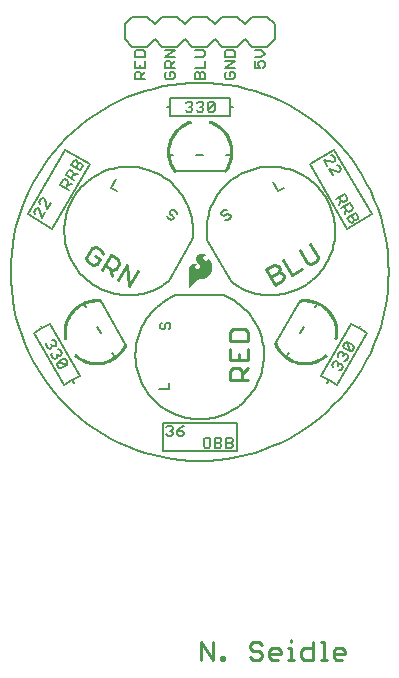
<source format=gto>
G75*
G70*
%OFA0B0*%
%FSLAX24Y24*%
%IPPOS*%
%LPD*%
%AMOC8*
5,1,8,0,0,1.08239X$1,22.5*
%
%ADD10C,0.0080*%
%ADD11C,0.0060*%
%ADD12C,0.0110*%
%ADD13C,0.0010*%
D10*
X016324Y009734D02*
X016583Y009884D01*
X016633Y009797D01*
X016583Y009884D02*
X016843Y010034D01*
X015843Y011766D01*
X015583Y011616D01*
X015533Y011703D01*
X015583Y011616D02*
X015324Y011466D01*
X016324Y009734D01*
X017993Y010645D02*
X017914Y010782D01*
X018359Y011111D02*
X017534Y012539D01*
X017026Y012318D02*
X016947Y012455D01*
X017414Y011648D02*
X017526Y011452D01*
X020046Y012719D02*
X021621Y012719D01*
X021872Y013184D02*
X021085Y014548D01*
X020582Y014548D02*
X019794Y013184D01*
X014533Y013500D02*
X014541Y013809D01*
X014563Y014118D01*
X014601Y014424D01*
X014654Y014729D01*
X014722Y015031D01*
X014804Y015329D01*
X014901Y015622D01*
X015013Y015911D01*
X015138Y016194D01*
X015277Y016470D01*
X015429Y016739D01*
X015595Y017000D01*
X015773Y017253D01*
X015963Y017497D01*
X016165Y017731D01*
X016378Y017955D01*
X016602Y018168D01*
X016836Y018370D01*
X017080Y018560D01*
X017333Y018738D01*
X017594Y018904D01*
X017863Y019056D01*
X018139Y019195D01*
X018422Y019320D01*
X018711Y019432D01*
X019004Y019529D01*
X019302Y019611D01*
X019604Y019679D01*
X019909Y019732D01*
X020215Y019770D01*
X020524Y019792D01*
X020833Y019800D01*
X021142Y019792D01*
X021451Y019770D01*
X021757Y019732D01*
X022062Y019679D01*
X022364Y019611D01*
X022662Y019529D01*
X022955Y019432D01*
X023244Y019320D01*
X023527Y019195D01*
X023803Y019056D01*
X024072Y018904D01*
X024333Y018738D01*
X024586Y018560D01*
X024830Y018370D01*
X025064Y018168D01*
X025288Y017955D01*
X025501Y017731D01*
X025703Y017497D01*
X025893Y017253D01*
X026071Y017000D01*
X026237Y016739D01*
X026389Y016470D01*
X026528Y016194D01*
X026653Y015911D01*
X026765Y015622D01*
X026862Y015329D01*
X026944Y015031D01*
X027012Y014729D01*
X027065Y014424D01*
X027103Y014118D01*
X027125Y013809D01*
X027133Y013500D01*
X027125Y013191D01*
X027103Y012882D01*
X027065Y012576D01*
X027012Y012271D01*
X026944Y011969D01*
X026862Y011671D01*
X026765Y011378D01*
X026653Y011089D01*
X026528Y010806D01*
X026389Y010530D01*
X026237Y010261D01*
X026071Y010000D01*
X025893Y009747D01*
X025703Y009503D01*
X025501Y009269D01*
X025288Y009045D01*
X025064Y008832D01*
X024830Y008630D01*
X024586Y008440D01*
X024333Y008262D01*
X024072Y008096D01*
X023803Y007944D01*
X023527Y007805D01*
X023244Y007680D01*
X022955Y007568D01*
X022662Y007471D01*
X022364Y007389D01*
X022062Y007321D01*
X021757Y007268D01*
X021451Y007230D01*
X021142Y007208D01*
X020833Y007200D01*
X020524Y007208D01*
X020215Y007230D01*
X019909Y007268D01*
X019604Y007321D01*
X019302Y007389D01*
X019004Y007471D01*
X018711Y007568D01*
X018422Y007680D01*
X018139Y007805D01*
X017863Y007944D01*
X017594Y008096D01*
X017333Y008262D01*
X017080Y008440D01*
X016836Y008630D01*
X016602Y008832D01*
X016378Y009045D01*
X016165Y009269D01*
X015963Y009503D01*
X015773Y009747D01*
X015595Y010000D01*
X015429Y010261D01*
X015277Y010530D01*
X015138Y010806D01*
X015013Y011089D01*
X014901Y011378D01*
X014804Y011671D01*
X014722Y011969D01*
X014654Y012271D01*
X014601Y012576D01*
X014563Y012882D01*
X014541Y013191D01*
X014533Y013500D01*
X015104Y015412D02*
X015922Y014940D01*
X017163Y017088D01*
X016344Y017560D01*
X015104Y015412D01*
X019794Y013184D02*
X019711Y013121D01*
X019624Y013062D01*
X019535Y013007D01*
X019443Y012957D01*
X019348Y012911D01*
X019252Y012871D01*
X019153Y012834D01*
X019053Y012803D01*
X018952Y012777D01*
X018849Y012755D01*
X018746Y012739D01*
X018642Y012727D01*
X018537Y012721D01*
X018432Y012720D01*
X018327Y012724D01*
X018223Y012733D01*
X018119Y012748D01*
X018016Y012767D01*
X017914Y012792D01*
X017814Y012821D01*
X017714Y012855D01*
X017617Y012894D01*
X017522Y012938D01*
X017429Y012986D01*
X017338Y013039D01*
X017251Y013096D01*
X017166Y013158D01*
X017084Y013223D01*
X017005Y013293D01*
X016930Y013366D01*
X016859Y013443D01*
X016791Y013523D01*
X016728Y013606D01*
X016668Y013692D01*
X016613Y013782D01*
X016563Y013873D01*
X016517Y013968D01*
X016475Y014064D01*
X016439Y014162D01*
X016407Y014262D01*
X016380Y014363D01*
X016358Y014466D01*
X016341Y014569D01*
X016329Y014673D01*
X016323Y014778D01*
X016321Y014883D01*
X016325Y014988D01*
X016333Y015092D01*
X016347Y015196D01*
X016366Y015299D01*
X016390Y015401D01*
X016419Y015502D01*
X016453Y015601D01*
X016491Y015699D01*
X016534Y015794D01*
X016582Y015887D01*
X016635Y015978D01*
X016692Y016066D01*
X016753Y016151D01*
X016818Y016234D01*
X016887Y016312D01*
X016960Y016388D01*
X017036Y016459D01*
X017116Y016527D01*
X017199Y016591D01*
X017285Y016651D01*
X017374Y016707D01*
X017466Y016758D01*
X017559Y016804D01*
X017656Y016846D01*
X017754Y016883D01*
X017853Y016915D01*
X017955Y016943D01*
X018057Y016965D01*
X018160Y016983D01*
X018264Y016995D01*
X018369Y017002D01*
X018474Y017004D01*
X018579Y017001D01*
X018683Y016993D01*
X018787Y016979D01*
X018890Y016961D01*
X018992Y016938D01*
X019093Y016909D01*
X019193Y016876D01*
X019290Y016838D01*
X019386Y016795D01*
X019479Y016747D01*
X019570Y016695D01*
X019659Y016639D01*
X019744Y016578D01*
X019827Y016514D01*
X019906Y016445D01*
X019982Y016373D01*
X020054Y016296D01*
X020122Y016217D01*
X020186Y016134D01*
X020246Y016048D01*
X020302Y015960D01*
X020354Y015868D01*
X020401Y015775D01*
X020443Y015679D01*
X020481Y015581D01*
X020514Y015481D01*
X020541Y015380D01*
X020564Y015278D01*
X020582Y015175D01*
X020595Y015071D01*
X020602Y014966D01*
X020605Y014861D01*
X020602Y014757D01*
X020595Y014652D01*
X020582Y014548D01*
X021085Y014548D02*
X021072Y014652D01*
X021065Y014757D01*
X021062Y014861D01*
X021065Y014966D01*
X021072Y015071D01*
X021085Y015175D01*
X021103Y015278D01*
X021126Y015380D01*
X021153Y015481D01*
X021186Y015581D01*
X021224Y015679D01*
X021266Y015775D01*
X021313Y015868D01*
X021365Y015960D01*
X021421Y016048D01*
X021481Y016134D01*
X021545Y016217D01*
X021613Y016296D01*
X021685Y016373D01*
X021761Y016445D01*
X021840Y016514D01*
X021923Y016578D01*
X022008Y016639D01*
X022097Y016695D01*
X022188Y016747D01*
X022281Y016795D01*
X022377Y016838D01*
X022474Y016876D01*
X022574Y016909D01*
X022675Y016938D01*
X022777Y016961D01*
X022880Y016979D01*
X022984Y016993D01*
X023088Y017001D01*
X023193Y017004D01*
X023298Y017002D01*
X023403Y016995D01*
X023507Y016983D01*
X023610Y016965D01*
X023712Y016943D01*
X023814Y016915D01*
X023913Y016883D01*
X024011Y016846D01*
X024108Y016804D01*
X024201Y016758D01*
X024293Y016707D01*
X024382Y016651D01*
X024468Y016591D01*
X024551Y016527D01*
X024631Y016459D01*
X024707Y016388D01*
X024780Y016312D01*
X024849Y016234D01*
X024914Y016151D01*
X024975Y016066D01*
X025032Y015978D01*
X025085Y015887D01*
X025133Y015794D01*
X025176Y015699D01*
X025214Y015601D01*
X025248Y015502D01*
X025277Y015401D01*
X025301Y015299D01*
X025320Y015196D01*
X025334Y015092D01*
X025342Y014988D01*
X025346Y014883D01*
X025344Y014778D01*
X025338Y014673D01*
X025326Y014569D01*
X025309Y014466D01*
X025287Y014363D01*
X025260Y014262D01*
X025228Y014162D01*
X025192Y014064D01*
X025150Y013968D01*
X025104Y013873D01*
X025054Y013782D01*
X024999Y013692D01*
X024939Y013606D01*
X024876Y013523D01*
X024808Y013443D01*
X024737Y013366D01*
X024662Y013293D01*
X024583Y013223D01*
X024501Y013158D01*
X024416Y013096D01*
X024329Y013039D01*
X024238Y012986D01*
X024145Y012938D01*
X024050Y012894D01*
X023953Y012855D01*
X023853Y012821D01*
X023753Y012792D01*
X023651Y012767D01*
X023548Y012748D01*
X023444Y012733D01*
X023340Y012724D01*
X023235Y012720D01*
X023130Y012721D01*
X023025Y012727D01*
X022921Y012739D01*
X022818Y012755D01*
X022715Y012777D01*
X022614Y012803D01*
X022514Y012834D01*
X022415Y012871D01*
X022319Y012911D01*
X022224Y012957D01*
X022132Y013007D01*
X022043Y013062D01*
X021956Y013121D01*
X021873Y013184D01*
X024183Y012539D02*
X023358Y011111D01*
X023803Y010782D02*
X023724Y010645D01*
X024190Y011452D02*
X024303Y011648D01*
X024690Y012318D02*
X024769Y012455D01*
X025874Y011766D02*
X026133Y011616D01*
X026183Y011703D01*
X026133Y011616D02*
X026393Y011466D01*
X025393Y009734D01*
X025133Y009884D01*
X025083Y009797D01*
X025133Y009884D02*
X024874Y010034D01*
X025874Y011766D01*
X021620Y012719D02*
X021717Y012678D01*
X021811Y012633D01*
X021903Y012582D01*
X021993Y012528D01*
X022080Y012469D01*
X022163Y012406D01*
X022244Y012339D01*
X022321Y012268D01*
X022395Y012193D01*
X022464Y012115D01*
X022530Y012034D01*
X022592Y011949D01*
X022650Y011861D01*
X022703Y011771D01*
X022752Y011678D01*
X022796Y011583D01*
X022836Y011486D01*
X022871Y011387D01*
X022901Y011287D01*
X022925Y011185D01*
X022945Y011082D01*
X022960Y010978D01*
X022970Y010874D01*
X022975Y010769D01*
X022974Y010665D01*
X022968Y010560D01*
X022958Y010456D01*
X022942Y010352D01*
X022921Y010249D01*
X022895Y010148D01*
X022864Y010047D01*
X022829Y009949D01*
X022788Y009852D01*
X022743Y009758D01*
X022693Y009665D01*
X022639Y009576D01*
X022581Y009489D01*
X022518Y009405D01*
X022451Y009324D01*
X022381Y009246D01*
X022306Y009172D01*
X022229Y009102D01*
X022147Y009036D01*
X022063Y008973D01*
X021976Y008915D01*
X021886Y008862D01*
X021793Y008812D01*
X021699Y008768D01*
X021602Y008728D01*
X021503Y008692D01*
X021403Y008662D01*
X021301Y008637D01*
X021198Y008616D01*
X021094Y008601D01*
X020990Y008591D01*
X020885Y008586D01*
X020781Y008586D01*
X020676Y008591D01*
X020572Y008601D01*
X020468Y008616D01*
X020365Y008637D01*
X020263Y008662D01*
X020163Y008692D01*
X020064Y008728D01*
X019967Y008768D01*
X019873Y008812D01*
X019780Y008862D01*
X019690Y008915D01*
X019603Y008973D01*
X019519Y009036D01*
X019437Y009102D01*
X019360Y009172D01*
X019285Y009246D01*
X019215Y009324D01*
X019148Y009405D01*
X019085Y009489D01*
X019027Y009576D01*
X018973Y009665D01*
X018923Y009758D01*
X018878Y009852D01*
X018837Y009949D01*
X018802Y010047D01*
X018771Y010148D01*
X018745Y010249D01*
X018724Y010352D01*
X018708Y010456D01*
X018698Y010560D01*
X018692Y010665D01*
X018691Y010769D01*
X018696Y010874D01*
X018706Y010978D01*
X018721Y011082D01*
X018741Y011185D01*
X018765Y011287D01*
X018795Y011387D01*
X018830Y011486D01*
X018870Y011583D01*
X018914Y011678D01*
X018963Y011771D01*
X019016Y011861D01*
X019074Y011949D01*
X019136Y012034D01*
X019202Y012115D01*
X019271Y012193D01*
X019345Y012268D01*
X019422Y012339D01*
X019503Y012406D01*
X019586Y012469D01*
X019673Y012528D01*
X019763Y012582D01*
X019855Y012633D01*
X019949Y012678D01*
X020046Y012719D01*
X025744Y014940D02*
X024504Y017088D01*
X025322Y017560D01*
X026563Y015412D01*
X025744Y014940D01*
X021658Y016850D02*
X020009Y016850D01*
X019946Y017400D02*
X019788Y017400D01*
X020721Y017400D02*
X020946Y017400D01*
X021721Y017400D02*
X021879Y017400D01*
X021833Y018700D02*
X019833Y018700D01*
X019833Y019000D01*
X019733Y019000D01*
X019833Y019000D02*
X019833Y019300D01*
X021833Y019300D01*
X021833Y019000D01*
X021933Y019000D01*
X021833Y019000D02*
X021833Y018700D01*
X022083Y021000D02*
X021583Y021000D01*
X021333Y021250D01*
X021083Y021000D01*
X020583Y021000D01*
X020333Y021250D01*
X020083Y021000D01*
X019583Y021000D01*
X019333Y021250D01*
X019083Y021000D01*
X018583Y021000D01*
X018333Y021250D01*
X018333Y021750D01*
X018583Y022000D01*
X019083Y022000D01*
X019333Y021750D01*
X019583Y022000D01*
X020083Y022000D01*
X020333Y021750D01*
X020583Y022000D01*
X021083Y022000D01*
X021333Y021750D01*
X021583Y022000D01*
X022083Y022000D01*
X022333Y021750D01*
X022583Y022000D01*
X023083Y022000D01*
X023333Y021750D01*
X023333Y021250D01*
X023083Y021000D01*
X022583Y021000D01*
X022333Y021250D01*
X022083Y021000D01*
X022073Y008472D02*
X019593Y008472D01*
X019593Y007528D01*
X022073Y007528D01*
X022073Y008472D01*
D11*
X021870Y007970D02*
X021927Y007914D01*
X021927Y007857D01*
X021870Y007800D01*
X021700Y007800D01*
X021559Y007743D02*
X021559Y007687D01*
X021502Y007630D01*
X021332Y007630D01*
X021332Y007970D01*
X021502Y007970D01*
X021559Y007914D01*
X021559Y007857D01*
X021502Y007800D01*
X021332Y007800D01*
X021502Y007800D02*
X021559Y007743D01*
X021700Y007630D02*
X021870Y007630D01*
X021927Y007687D01*
X021927Y007743D01*
X021870Y007800D01*
X021870Y007970D02*
X021700Y007970D01*
X021700Y007630D01*
X021190Y007687D02*
X021190Y007914D01*
X021133Y007970D01*
X021020Y007970D01*
X020963Y007914D01*
X020963Y007687D01*
X021020Y007630D01*
X021133Y007630D01*
X021190Y007687D01*
X020309Y008087D02*
X020309Y008143D01*
X020252Y008200D01*
X020082Y008200D01*
X020082Y008087D01*
X020138Y008030D01*
X020252Y008030D01*
X020309Y008087D01*
X020082Y008200D02*
X020195Y008314D01*
X020309Y008370D01*
X019940Y008314D02*
X019940Y008257D01*
X019883Y008200D01*
X019940Y008143D01*
X019940Y008087D01*
X019883Y008030D01*
X019770Y008030D01*
X019713Y008087D01*
X019827Y008200D02*
X019883Y008200D01*
X019940Y008314D02*
X019883Y008370D01*
X019770Y008370D01*
X019713Y008314D01*
X019803Y009580D02*
X019463Y009580D01*
X019803Y009580D02*
X019803Y009807D01*
X019797Y011580D02*
X019853Y011637D01*
X019853Y011750D01*
X019797Y011807D01*
X019740Y011807D01*
X019683Y011750D01*
X019683Y011637D01*
X019626Y011580D01*
X019570Y011580D01*
X019513Y011637D01*
X019513Y011750D01*
X019570Y011807D01*
X016424Y010481D02*
X016403Y010403D01*
X016093Y010486D01*
X016072Y010409D01*
X016129Y010311D01*
X016206Y010290D01*
X016403Y010403D01*
X016424Y010481D02*
X016367Y010579D01*
X016289Y010600D01*
X016093Y010486D01*
X016022Y010609D02*
X015945Y010630D01*
X015888Y010728D01*
X015909Y010805D01*
X015838Y010928D02*
X015761Y010949D01*
X015704Y011047D01*
X015725Y011124D01*
X015879Y011083D02*
X015908Y011034D01*
X015887Y010956D01*
X015838Y010928D01*
X015908Y011034D02*
X015985Y011013D01*
X016034Y011041D01*
X016055Y011119D01*
X015998Y011217D01*
X015921Y011238D01*
X016105Y010919D02*
X016183Y010898D01*
X016239Y010800D01*
X016219Y010722D01*
X016169Y010694D01*
X016092Y010715D01*
X016071Y010637D01*
X016022Y010609D01*
X016092Y010715D02*
X016064Y010764D01*
X015572Y015291D02*
X015489Y015601D01*
X015440Y015629D01*
X015363Y015608D01*
X015306Y015510D01*
X015327Y015433D01*
X015572Y015291D02*
X015686Y015487D01*
X015757Y015610D02*
X015673Y015920D01*
X015624Y015948D01*
X015547Y015927D01*
X015490Y015829D01*
X015511Y015752D01*
X015757Y015610D02*
X015870Y015806D01*
X016178Y016411D02*
X016472Y016241D01*
X016374Y016298D02*
X016459Y016445D01*
X016438Y016523D01*
X016340Y016579D01*
X016263Y016558D01*
X016178Y016411D01*
X016431Y016396D02*
X016586Y016437D01*
X016657Y016560D02*
X016362Y016730D01*
X016447Y016877D01*
X016524Y016898D01*
X016623Y016841D01*
X016643Y016764D01*
X016558Y016617D01*
X016615Y016715D02*
X016770Y016756D01*
X016841Y016879D02*
X016926Y017026D01*
X016905Y017104D01*
X016856Y017132D01*
X016778Y017111D01*
X016693Y016964D01*
X016546Y017049D02*
X016631Y017196D01*
X016709Y017217D01*
X016758Y017189D01*
X016778Y017111D01*
X016841Y016879D02*
X016546Y017049D01*
X017874Y016311D02*
X018044Y016606D01*
X017874Y016311D02*
X018071Y016198D01*
X019753Y015360D02*
X019773Y015283D01*
X019872Y015226D01*
X019949Y015247D01*
X019977Y015296D01*
X019957Y015373D01*
X019859Y015430D01*
X019838Y015507D01*
X019866Y015557D01*
X019944Y015577D01*
X020042Y015521D01*
X020063Y015443D01*
X021553Y015437D02*
X021581Y015387D01*
X021658Y015367D01*
X021757Y015423D01*
X021834Y015403D01*
X021862Y015354D01*
X021842Y015276D01*
X021743Y015219D01*
X021666Y015240D01*
X021553Y015437D02*
X021573Y015514D01*
X021672Y015571D01*
X021749Y015550D01*
X023274Y016486D02*
X023444Y016191D01*
X023641Y016304D01*
X025088Y017043D02*
X024974Y017239D01*
X025284Y017156D01*
X025333Y017184D01*
X025354Y017262D01*
X025297Y017360D01*
X025220Y017381D01*
X025404Y017062D02*
X025482Y017041D01*
X025538Y016943D01*
X025517Y016865D01*
X025468Y016837D01*
X025158Y016920D01*
X025272Y016724D01*
X025669Y016109D02*
X025754Y015962D01*
X025733Y015884D01*
X025635Y015828D01*
X025558Y015848D01*
X025473Y015996D01*
X025529Y015897D02*
X025488Y015743D01*
X025558Y015620D02*
X025853Y015790D01*
X025938Y015643D01*
X025917Y015565D01*
X025819Y015509D01*
X025742Y015529D01*
X025657Y015677D01*
X025713Y015579D02*
X025672Y015424D01*
X025743Y015301D02*
X025828Y015154D01*
X025905Y015133D01*
X025954Y015161D01*
X025975Y015239D01*
X025890Y015386D01*
X025975Y015239D02*
X026053Y015218D01*
X026102Y015246D01*
X026122Y015324D01*
X026037Y015471D01*
X025743Y015301D01*
X025374Y015939D02*
X025669Y016109D01*
X021327Y018887D02*
X021270Y018830D01*
X021157Y018830D01*
X021100Y018887D01*
X021327Y019114D01*
X021327Y018887D01*
X021327Y019114D02*
X021270Y019170D01*
X021157Y019170D01*
X021100Y019114D01*
X021100Y018887D01*
X020959Y018887D02*
X020959Y018943D01*
X020902Y019000D01*
X020845Y019000D01*
X020902Y019000D02*
X020959Y019057D01*
X020959Y019114D01*
X020902Y019170D01*
X020788Y019170D01*
X020732Y019114D01*
X020590Y019114D02*
X020533Y019170D01*
X020420Y019170D01*
X020363Y019114D01*
X020477Y019000D02*
X020533Y019000D01*
X020590Y018943D01*
X020590Y018887D01*
X020533Y018830D01*
X020420Y018830D01*
X020363Y018887D01*
X020533Y019000D02*
X020590Y019057D01*
X020590Y019114D01*
X020732Y018887D02*
X020788Y018830D01*
X020902Y018830D01*
X020959Y018887D01*
X021003Y019925D02*
X021003Y020095D01*
X020947Y020152D01*
X020890Y020152D01*
X020833Y020095D01*
X020833Y019925D01*
X020663Y019925D02*
X020663Y020095D01*
X020720Y020152D01*
X020776Y020152D01*
X020833Y020095D01*
X021003Y019925D02*
X020663Y019925D01*
X020663Y020293D02*
X021003Y020293D01*
X021003Y020520D01*
X020947Y020662D02*
X021003Y020718D01*
X021003Y020832D01*
X020947Y020889D01*
X020663Y020889D01*
X020663Y020662D02*
X020947Y020662D01*
X021663Y020662D02*
X021663Y020832D01*
X021720Y020889D01*
X021947Y020889D01*
X022003Y020832D01*
X022003Y020662D01*
X021663Y020662D01*
X021663Y020520D02*
X022003Y020520D01*
X021663Y020293D01*
X022003Y020293D01*
X021947Y020152D02*
X021833Y020152D01*
X021833Y020038D01*
X021720Y019925D02*
X021947Y019925D01*
X022003Y019982D01*
X022003Y020095D01*
X021947Y020152D01*
X021720Y020152D02*
X021663Y020095D01*
X021663Y019982D01*
X021720Y019925D01*
X022663Y020293D02*
X022663Y020520D01*
X022776Y020464D02*
X022833Y020520D01*
X022947Y020520D01*
X023003Y020464D01*
X023003Y020350D01*
X022947Y020293D01*
X022833Y020293D02*
X022776Y020407D01*
X022776Y020464D01*
X022833Y020293D02*
X022663Y020293D01*
X022663Y020662D02*
X022890Y020662D01*
X023003Y020775D01*
X022890Y020889D01*
X022663Y020889D01*
X020003Y020889D02*
X019663Y020889D01*
X019663Y020662D02*
X020003Y020889D01*
X020003Y020662D02*
X019663Y020662D01*
X019720Y020520D02*
X019833Y020520D01*
X019890Y020464D01*
X019890Y020293D01*
X020003Y020293D02*
X019663Y020293D01*
X019663Y020464D01*
X019720Y020520D01*
X019890Y020407D02*
X020003Y020520D01*
X019947Y020152D02*
X019833Y020152D01*
X019833Y020038D01*
X019720Y019925D02*
X019947Y019925D01*
X020003Y019982D01*
X020003Y020095D01*
X019947Y020152D01*
X019720Y020152D02*
X019663Y020095D01*
X019663Y019982D01*
X019720Y019925D01*
X019003Y019925D02*
X018663Y019925D01*
X018663Y020095D01*
X018720Y020152D01*
X018833Y020152D01*
X018890Y020095D01*
X018890Y019925D01*
X018890Y020038D02*
X019003Y020152D01*
X019003Y020293D02*
X019003Y020520D01*
X019003Y020662D02*
X018663Y020662D01*
X018663Y020832D01*
X018720Y020889D01*
X018947Y020889D01*
X019003Y020832D01*
X019003Y020662D01*
X018833Y020407D02*
X018833Y020293D01*
X018663Y020293D02*
X019003Y020293D01*
X018663Y020293D02*
X018663Y020520D01*
X025675Y011140D02*
X025752Y011160D01*
X025835Y010850D01*
X025913Y010871D01*
X025970Y010969D01*
X025949Y011047D01*
X025752Y011160D01*
X025675Y011140D02*
X025618Y011041D01*
X025639Y010964D01*
X025835Y010850D01*
X025765Y010728D02*
X025786Y010650D01*
X025729Y010552D01*
X025651Y010531D01*
X025581Y010409D02*
X025601Y010331D01*
X025545Y010233D01*
X025467Y010212D01*
X025426Y010367D02*
X025454Y010416D01*
X025531Y010437D01*
X025581Y010409D01*
X025454Y010416D02*
X025433Y010494D01*
X025384Y010522D01*
X025307Y010502D01*
X025250Y010403D01*
X025271Y010326D01*
X025455Y010645D02*
X025434Y010722D01*
X025491Y010821D01*
X025568Y010841D01*
X025617Y010813D01*
X025638Y010735D01*
X025716Y010756D01*
X025765Y010728D01*
X025638Y010735D02*
X025610Y010686D01*
D12*
X022428Y010550D02*
X022428Y010943D01*
X022428Y011194D02*
X022428Y011489D01*
X022330Y011588D01*
X021936Y011588D01*
X021838Y011489D01*
X021838Y011194D01*
X022428Y011194D01*
X022133Y010746D02*
X022133Y010550D01*
X022133Y010299D02*
X022231Y010200D01*
X022231Y009905D01*
X022231Y010102D02*
X022428Y010299D01*
X022428Y010550D02*
X021838Y010550D01*
X021838Y010943D01*
X021936Y010299D02*
X021838Y010200D01*
X021838Y009905D01*
X022428Y009905D01*
X022133Y010299D02*
X021936Y010299D01*
X023353Y013075D02*
X023609Y013223D01*
X023645Y013357D01*
X023596Y013442D01*
X023462Y013478D01*
X023206Y013331D01*
X023462Y013478D02*
X023498Y013613D01*
X023448Y013698D01*
X023314Y013734D01*
X023058Y013587D01*
X023353Y013075D01*
X023912Y013397D02*
X024253Y013594D01*
X024421Y013805D02*
X024555Y013769D01*
X024726Y013867D01*
X024762Y014002D01*
X024516Y014428D01*
X024175Y014231D02*
X024421Y013805D01*
X023912Y013397D02*
X023616Y013909D01*
X018761Y013540D02*
X018466Y013029D01*
X018420Y013737D01*
X018125Y013226D01*
X017908Y013351D02*
X017836Y013620D01*
X017921Y013571D02*
X017665Y013718D01*
X017567Y013548D02*
X017862Y014059D01*
X018118Y013912D01*
X018154Y013777D01*
X018055Y013607D01*
X017921Y013571D01*
X017497Y013929D02*
X017327Y014027D01*
X017497Y013929D02*
X017399Y013759D01*
X017264Y013723D01*
X017094Y013821D01*
X017058Y013955D01*
X017255Y014296D01*
X017389Y014332D01*
X017559Y014234D01*
X017595Y014099D01*
X023887Y001244D02*
X023887Y001146D01*
X023887Y000949D02*
X023887Y000555D01*
X023789Y000555D02*
X023986Y000555D01*
X024219Y000653D02*
X024219Y000850D01*
X024317Y000949D01*
X024612Y000949D01*
X024612Y001146D02*
X024612Y000555D01*
X024317Y000555D01*
X024219Y000653D01*
X024863Y000555D02*
X025060Y000555D01*
X024961Y000555D02*
X024961Y001146D01*
X024863Y001146D01*
X025293Y000850D02*
X025391Y000949D01*
X025588Y000949D01*
X025686Y000850D01*
X025686Y000752D01*
X025293Y000752D01*
X025293Y000850D02*
X025293Y000653D01*
X025391Y000555D01*
X025588Y000555D01*
X023887Y000949D02*
X023789Y000949D01*
X023538Y000850D02*
X023538Y000752D01*
X023144Y000752D01*
X023144Y000850D02*
X023243Y000949D01*
X023440Y000949D01*
X023538Y000850D01*
X023440Y000555D02*
X023243Y000555D01*
X023144Y000653D01*
X023144Y000850D01*
X022893Y000752D02*
X022893Y000653D01*
X022795Y000555D01*
X022598Y000555D01*
X022500Y000653D01*
X022598Y000850D02*
X022795Y000850D01*
X022893Y000752D01*
X022893Y001047D02*
X022795Y001146D01*
X022598Y001146D01*
X022500Y001047D01*
X022500Y000949D01*
X022598Y000850D01*
X021631Y000653D02*
X021631Y000555D01*
X021533Y000555D01*
X021533Y000653D01*
X021631Y000653D01*
X021282Y000555D02*
X021282Y001146D01*
X020888Y001146D02*
X021282Y000555D01*
X020888Y000555D02*
X020888Y001146D01*
D13*
X025391Y011264D02*
X025323Y011280D01*
X025324Y011279D02*
X025335Y011339D01*
X025343Y011400D01*
X025347Y011461D01*
X025348Y011522D01*
X025345Y011583D01*
X025338Y011644D01*
X025327Y011704D01*
X025313Y011764D01*
X025295Y011822D01*
X025274Y011880D01*
X025250Y011936D01*
X025222Y011990D01*
X025191Y012043D01*
X025156Y012094D01*
X025119Y012142D01*
X025079Y012188D01*
X025036Y012232D01*
X024991Y012273D01*
X024943Y012311D01*
X024893Y012347D01*
X024841Y012379D01*
X024787Y012408D01*
X024732Y012433D01*
X024675Y012456D01*
X024616Y012475D01*
X024557Y012490D01*
X024497Y012502D01*
X024437Y012510D01*
X024375Y012514D01*
X024314Y012515D01*
X024253Y012512D01*
X024192Y012505D01*
X024183Y012574D01*
X024182Y012574D01*
X024247Y012582D01*
X024313Y012585D01*
X024378Y012584D01*
X024443Y012579D01*
X024508Y012571D01*
X024572Y012558D01*
X024636Y012542D01*
X024698Y012522D01*
X024759Y012498D01*
X024818Y012470D01*
X024876Y012439D01*
X024932Y012405D01*
X024985Y012367D01*
X025036Y012326D01*
X025085Y012282D01*
X025130Y012236D01*
X025173Y012186D01*
X025213Y012134D01*
X025250Y012080D01*
X025283Y012024D01*
X025313Y011966D01*
X025339Y011906D01*
X025362Y011844D01*
X025381Y011782D01*
X025396Y011718D01*
X025407Y011654D01*
X025414Y011589D01*
X025418Y011523D01*
X025417Y011458D01*
X025413Y011393D01*
X025404Y011328D01*
X025392Y011264D01*
X025383Y011266D01*
X025395Y011329D01*
X025404Y011394D01*
X025408Y011458D01*
X025409Y011523D01*
X025405Y011588D01*
X025398Y011652D01*
X025387Y011716D01*
X025372Y011779D01*
X025353Y011842D01*
X025331Y011902D01*
X025305Y011962D01*
X025275Y012020D01*
X025242Y012075D01*
X025206Y012129D01*
X025166Y012181D01*
X025124Y012230D01*
X025078Y012276D01*
X025030Y012319D01*
X024980Y012360D01*
X024927Y012397D01*
X024871Y012432D01*
X024814Y012462D01*
X024755Y012490D01*
X024695Y012513D01*
X024633Y012533D01*
X024571Y012549D01*
X024507Y012562D01*
X024443Y012570D01*
X024378Y012575D01*
X024313Y012576D01*
X024248Y012573D01*
X024184Y012566D01*
X024185Y012557D01*
X024249Y012564D01*
X024313Y012567D01*
X024377Y012566D01*
X024442Y012561D01*
X024505Y012553D01*
X024569Y012541D01*
X024631Y012525D01*
X024692Y012505D01*
X024752Y012481D01*
X024810Y012454D01*
X024867Y012424D01*
X024922Y012390D01*
X024974Y012353D01*
X025024Y012313D01*
X025072Y012269D01*
X025117Y012224D01*
X025159Y012175D01*
X025199Y012124D01*
X025235Y012071D01*
X025267Y012015D01*
X025297Y011958D01*
X025323Y011899D01*
X025345Y011839D01*
X025363Y011777D01*
X025378Y011715D01*
X025389Y011651D01*
X025396Y011587D01*
X025400Y011523D01*
X025399Y011459D01*
X025395Y011394D01*
X025386Y011331D01*
X025374Y011268D01*
X025366Y011270D01*
X025378Y011332D01*
X025386Y011395D01*
X025390Y011459D01*
X025391Y011523D01*
X025387Y011587D01*
X025380Y011650D01*
X025369Y011713D01*
X025355Y011775D01*
X025336Y011836D01*
X025314Y011896D01*
X025289Y011954D01*
X025259Y012011D01*
X025227Y012066D01*
X025191Y012119D01*
X025152Y012169D01*
X025111Y012217D01*
X025066Y012263D01*
X025019Y012306D01*
X024969Y012346D01*
X024917Y012382D01*
X024862Y012416D01*
X024806Y012446D01*
X024748Y012473D01*
X024689Y012496D01*
X024628Y012516D01*
X024567Y012532D01*
X024504Y012544D01*
X024441Y012553D01*
X024377Y012557D01*
X024313Y012558D01*
X024250Y012555D01*
X024186Y012548D01*
X024188Y012539D01*
X024250Y012546D01*
X024314Y012549D01*
X024377Y012548D01*
X024440Y012544D01*
X024503Y012535D01*
X024565Y012523D01*
X024626Y012507D01*
X024686Y012488D01*
X024745Y012465D01*
X024802Y012438D01*
X024858Y012408D01*
X024912Y012375D01*
X024963Y012338D01*
X025013Y012299D01*
X025060Y012257D01*
X025104Y012211D01*
X025145Y012164D01*
X025184Y012113D01*
X025219Y012061D01*
X025252Y012007D01*
X025280Y011950D01*
X025306Y011892D01*
X025328Y011833D01*
X025346Y011773D01*
X025361Y011711D01*
X025371Y011649D01*
X025378Y011586D01*
X025382Y011523D01*
X025381Y011459D01*
X025377Y011396D01*
X025369Y011334D01*
X025357Y011272D01*
X025348Y011274D01*
X025360Y011335D01*
X025368Y011397D01*
X025372Y011460D01*
X025373Y011523D01*
X025370Y011585D01*
X025362Y011647D01*
X025352Y011709D01*
X025337Y011770D01*
X025319Y011830D01*
X025297Y011889D01*
X025272Y011946D01*
X025244Y012002D01*
X025212Y012056D01*
X025177Y012108D01*
X025138Y012158D01*
X025097Y012205D01*
X025053Y012250D01*
X025007Y012292D01*
X024958Y012331D01*
X024907Y012367D01*
X024853Y012400D01*
X024798Y012430D01*
X024741Y012456D01*
X024683Y012479D01*
X024623Y012499D01*
X024563Y012514D01*
X024501Y012526D01*
X024439Y012535D01*
X024376Y012539D01*
X024314Y012540D01*
X024251Y012537D01*
X024189Y012530D01*
X024190Y012521D01*
X024252Y012528D01*
X024314Y012531D01*
X024376Y012530D01*
X024438Y012526D01*
X024500Y012517D01*
X024561Y012506D01*
X024621Y012490D01*
X024680Y012471D01*
X024738Y012448D01*
X024794Y012422D01*
X024849Y012393D01*
X024902Y012360D01*
X024953Y012324D01*
X025001Y012285D01*
X025047Y012244D01*
X025091Y012199D01*
X025131Y012152D01*
X025169Y012103D01*
X025204Y012051D01*
X025236Y011998D01*
X025264Y011943D01*
X025289Y011886D01*
X025311Y011827D01*
X025329Y011768D01*
X025343Y011707D01*
X025354Y011646D01*
X025361Y011584D01*
X025364Y011522D01*
X025363Y011460D01*
X025359Y011398D01*
X025351Y011337D01*
X025339Y011276D01*
X025330Y011278D01*
X025342Y011338D01*
X025350Y011399D01*
X025354Y011461D01*
X025355Y011522D01*
X025352Y011584D01*
X025345Y011645D01*
X025334Y011706D01*
X025320Y011766D01*
X025302Y011825D01*
X025281Y011882D01*
X025256Y011939D01*
X025228Y011994D01*
X025197Y012047D01*
X025162Y012098D01*
X025125Y012147D01*
X025084Y012193D01*
X025041Y012237D01*
X024995Y012278D01*
X024947Y012317D01*
X024897Y012352D01*
X024844Y012385D01*
X024790Y012414D01*
X024734Y012440D01*
X024677Y012462D01*
X024618Y012481D01*
X024559Y012497D01*
X024498Y012509D01*
X024437Y012517D01*
X024376Y012521D01*
X024314Y012522D01*
X024253Y012519D01*
X024191Y012512D01*
X023328Y011094D02*
X023393Y011120D01*
X023392Y011119D02*
X023417Y011063D01*
X023445Y011009D01*
X023476Y010956D01*
X023510Y010906D01*
X023548Y010857D01*
X023588Y010811D01*
X023631Y010767D01*
X023676Y010726D01*
X023724Y010688D01*
X023774Y010653D01*
X023826Y010621D01*
X023880Y010592D01*
X023935Y010566D01*
X023992Y010544D01*
X024051Y010525D01*
X024110Y010510D01*
X024170Y010498D01*
X024231Y010490D01*
X024292Y010486D01*
X024353Y010485D01*
X024414Y010488D01*
X024475Y010495D01*
X024535Y010505D01*
X024595Y010519D01*
X024653Y010537D01*
X024711Y010558D01*
X024767Y010582D01*
X024821Y010610D01*
X024874Y010641D01*
X024925Y010675D01*
X024973Y010712D01*
X025020Y010753D01*
X025067Y010702D01*
X025067Y010701D01*
X025018Y010658D01*
X024966Y010619D01*
X024912Y010582D01*
X024855Y010549D01*
X024797Y010519D01*
X024737Y010493D01*
X024675Y010470D01*
X024613Y010452D01*
X024549Y010437D01*
X024485Y010426D01*
X024420Y010418D01*
X024354Y010415D01*
X024289Y010416D01*
X024224Y010421D01*
X024159Y010429D01*
X024095Y010442D01*
X024031Y010458D01*
X023969Y010478D01*
X023908Y010502D01*
X023849Y010529D01*
X023791Y010560D01*
X023735Y010594D01*
X023682Y010632D01*
X023631Y010673D01*
X023582Y010717D01*
X023536Y010764D01*
X023493Y010813D01*
X023453Y010865D01*
X023417Y010919D01*
X023383Y010975D01*
X023353Y011033D01*
X023327Y011093D01*
X023335Y011097D01*
X023362Y011037D01*
X023391Y010979D01*
X023424Y010924D01*
X023461Y010870D01*
X023500Y010819D01*
X023543Y010770D01*
X023588Y010723D01*
X023636Y010680D01*
X023687Y010639D01*
X023740Y010602D01*
X023795Y010568D01*
X023853Y010537D01*
X023911Y010510D01*
X023972Y010486D01*
X024034Y010466D01*
X024096Y010450D01*
X024160Y010438D01*
X024225Y010429D01*
X024289Y010425D01*
X024354Y010424D01*
X024419Y010427D01*
X024483Y010435D01*
X024547Y010446D01*
X024610Y010460D01*
X024673Y010479D01*
X024734Y010501D01*
X024793Y010527D01*
X024851Y010557D01*
X024907Y010590D01*
X024961Y010626D01*
X025012Y010665D01*
X025061Y010708D01*
X025055Y010714D01*
X025006Y010672D01*
X024955Y010633D01*
X024902Y010597D01*
X024846Y010565D01*
X024789Y010535D01*
X024730Y010510D01*
X024670Y010488D01*
X024608Y010469D01*
X024546Y010454D01*
X024482Y010443D01*
X024418Y010436D01*
X024354Y010433D01*
X024290Y010434D01*
X024225Y010438D01*
X024162Y010447D01*
X024098Y010459D01*
X024036Y010475D01*
X023975Y010495D01*
X023915Y010518D01*
X023857Y010545D01*
X023800Y010576D01*
X023745Y010610D01*
X023693Y010647D01*
X023642Y010687D01*
X023595Y010730D01*
X023550Y010776D01*
X023507Y010824D01*
X023468Y010875D01*
X023432Y010928D01*
X023399Y010984D01*
X023370Y011041D01*
X023344Y011100D01*
X023352Y011103D01*
X023378Y011045D01*
X023407Y010988D01*
X023440Y010933D01*
X023475Y010880D01*
X023514Y010830D01*
X023556Y010782D01*
X023601Y010736D01*
X023648Y010694D01*
X023698Y010654D01*
X023750Y010617D01*
X023804Y010583D01*
X023861Y010553D01*
X023919Y010527D01*
X023978Y010503D01*
X024039Y010484D01*
X024100Y010468D01*
X024163Y010456D01*
X024226Y010447D01*
X024290Y010443D01*
X024354Y010442D01*
X024417Y010445D01*
X024481Y010452D01*
X024544Y010463D01*
X024606Y010478D01*
X024667Y010496D01*
X024727Y010518D01*
X024785Y010544D01*
X024842Y010573D01*
X024897Y010605D01*
X024950Y010641D01*
X025001Y010679D01*
X025049Y010721D01*
X025043Y010728D01*
X024995Y010686D01*
X024945Y010648D01*
X024892Y010612D01*
X024838Y010580D01*
X024781Y010552D01*
X024723Y010526D01*
X024664Y010505D01*
X024603Y010486D01*
X024542Y010472D01*
X024480Y010461D01*
X024417Y010454D01*
X024354Y010451D01*
X024290Y010452D01*
X024227Y010456D01*
X024165Y010465D01*
X024102Y010477D01*
X024041Y010492D01*
X023981Y010512D01*
X023922Y010535D01*
X023865Y010561D01*
X023809Y010591D01*
X023755Y010625D01*
X023703Y010661D01*
X023654Y010700D01*
X023607Y010743D01*
X023563Y010788D01*
X023521Y010836D01*
X023483Y010886D01*
X023447Y010938D01*
X023415Y010992D01*
X023386Y011049D01*
X023361Y011107D01*
X023369Y011110D01*
X023394Y011053D01*
X023423Y010997D01*
X023455Y010943D01*
X023490Y010891D01*
X023528Y010841D01*
X023569Y010794D01*
X023613Y010749D01*
X023660Y010707D01*
X023709Y010668D01*
X023760Y010632D01*
X023813Y010599D01*
X023869Y010569D01*
X023926Y010543D01*
X023984Y010520D01*
X024044Y010501D01*
X024104Y010485D01*
X024166Y010474D01*
X024228Y010465D01*
X024291Y010461D01*
X024353Y010460D01*
X024416Y010463D01*
X024478Y010470D01*
X024540Y010481D01*
X024601Y010495D01*
X024661Y010513D01*
X024720Y010535D01*
X024778Y010560D01*
X024833Y010588D01*
X024887Y010620D01*
X024939Y010655D01*
X024989Y010693D01*
X025037Y010734D01*
X025031Y010741D01*
X024984Y010700D01*
X024934Y010662D01*
X024883Y010628D01*
X024829Y010596D01*
X024774Y010568D01*
X024717Y010543D01*
X024658Y010522D01*
X024599Y010504D01*
X024538Y010490D01*
X024477Y010479D01*
X024415Y010472D01*
X024353Y010469D01*
X024291Y010470D01*
X024229Y010474D01*
X024167Y010482D01*
X024106Y010494D01*
X024046Y010510D01*
X023987Y010529D01*
X023929Y010551D01*
X023873Y010577D01*
X023818Y010607D01*
X023765Y010640D01*
X023714Y010675D01*
X023666Y010714D01*
X023620Y010756D01*
X023576Y010800D01*
X023535Y010847D01*
X023497Y010896D01*
X023462Y010948D01*
X023431Y011001D01*
X023402Y011056D01*
X023377Y011113D01*
X023386Y011117D01*
X023410Y011060D01*
X023439Y011005D01*
X023470Y010952D01*
X023505Y010901D01*
X023542Y010853D01*
X023583Y010806D01*
X023626Y010762D01*
X023672Y010721D01*
X023720Y010682D01*
X023770Y010647D01*
X023822Y010615D01*
X023877Y010585D01*
X023933Y010560D01*
X023990Y010537D01*
X024049Y010518D01*
X024108Y010503D01*
X024169Y010491D01*
X024230Y010483D01*
X024291Y010479D01*
X024353Y010478D01*
X024415Y010481D01*
X024476Y010488D01*
X024536Y010498D01*
X024596Y010513D01*
X024655Y010530D01*
X024713Y010551D01*
X024770Y010576D01*
X024825Y010604D01*
X024878Y010635D01*
X024929Y010670D01*
X024978Y010707D01*
X025024Y010747D01*
X020710Y013248D02*
X020675Y013217D01*
X020483Y013001D01*
X020483Y013598D01*
X020486Y013631D01*
X020496Y013662D01*
X020511Y013691D01*
X020530Y013713D01*
X020552Y013730D01*
X020578Y013743D01*
X020605Y013750D01*
X020642Y013753D01*
X020679Y013750D01*
X020698Y013747D01*
X020691Y013748D01*
X020685Y013746D01*
X020678Y013743D01*
X020645Y013719D01*
X020640Y013714D01*
X020636Y013707D01*
X020632Y013689D01*
X020632Y013672D01*
X020636Y013654D01*
X020645Y013637D01*
X020658Y013623D01*
X020683Y013608D01*
X020711Y013599D01*
X020740Y013598D01*
X020765Y013602D01*
X020789Y013610D01*
X020811Y013622D01*
X020829Y013637D01*
X020842Y013656D01*
X020850Y013678D01*
X020852Y013701D01*
X020847Y013724D01*
X020837Y013745D01*
X020822Y013763D01*
X020765Y013824D01*
X020718Y013893D01*
X020707Y013920D01*
X020703Y013949D01*
X020707Y013978D01*
X020717Y014005D01*
X020734Y014029D01*
X020762Y014055D01*
X020792Y014077D01*
X020823Y014092D01*
X020856Y014101D01*
X020890Y014104D01*
X020926Y014101D01*
X020960Y014092D01*
X020969Y014088D01*
X020983Y014082D01*
X021003Y014073D01*
X021020Y014060D01*
X021021Y014059D01*
X021021Y014059D01*
X020997Y014059D01*
X020977Y014057D01*
X020956Y014051D01*
X020936Y014040D01*
X020920Y014025D01*
X020908Y014006D01*
X020901Y013984D01*
X020901Y013971D01*
X020903Y013958D01*
X020912Y013938D01*
X020923Y013919D01*
X020938Y013902D01*
X020954Y013888D01*
X020990Y013862D01*
X021011Y013852D01*
X021033Y013848D01*
X021055Y013850D01*
X021063Y013853D01*
X021079Y013864D01*
X021090Y013878D01*
X021093Y013883D01*
X021093Y013889D01*
X021093Y013924D01*
X021138Y013888D01*
X021173Y013843D01*
X021193Y013806D01*
X020782Y013806D01*
X020790Y013798D02*
X021196Y013798D01*
X021193Y013806D02*
X021207Y013767D01*
X021215Y013726D01*
X021218Y013650D01*
X021206Y013575D01*
X021182Y013503D01*
X021144Y013437D01*
X021110Y013393D01*
X021069Y013355D01*
X021023Y013323D01*
X020975Y013299D01*
X020923Y013285D01*
X020869Y013280D01*
X020779Y013280D01*
X020764Y013277D01*
X020749Y013272D01*
X020710Y013248D01*
X020706Y013245D02*
X020483Y013245D01*
X020483Y013253D02*
X020718Y013253D01*
X020733Y013262D02*
X020483Y013262D01*
X020483Y013270D02*
X020747Y013270D01*
X020774Y013279D02*
X020483Y013279D01*
X020483Y013287D02*
X020932Y013287D01*
X020963Y013296D02*
X020483Y013296D01*
X020483Y013304D02*
X020985Y013304D01*
X021003Y013313D02*
X020483Y013313D01*
X020483Y013321D02*
X021020Y013321D01*
X021033Y013330D02*
X020483Y013330D01*
X020483Y013338D02*
X021045Y013338D01*
X021057Y013347D02*
X020483Y013347D01*
X020483Y013355D02*
X021069Y013355D01*
X021078Y013364D02*
X020483Y013364D01*
X020483Y013372D02*
X021087Y013372D01*
X021096Y013381D02*
X020483Y013381D01*
X020483Y013389D02*
X021105Y013389D01*
X021113Y013398D02*
X020483Y013398D01*
X020483Y013406D02*
X021120Y013406D01*
X021127Y013415D02*
X020483Y013415D01*
X020483Y013423D02*
X021134Y013423D01*
X021140Y013432D02*
X020483Y013432D01*
X020483Y013440D02*
X021146Y013440D01*
X021151Y013449D02*
X020483Y013449D01*
X020483Y013457D02*
X021156Y013457D01*
X021161Y013466D02*
X020483Y013466D01*
X020483Y013474D02*
X021165Y013474D01*
X021170Y013483D02*
X020483Y013483D01*
X020483Y013491D02*
X021175Y013491D01*
X021180Y013500D02*
X020483Y013500D01*
X020483Y013509D02*
X021183Y013509D01*
X021186Y013517D02*
X020483Y013517D01*
X020483Y013526D02*
X021189Y013526D01*
X021192Y013534D02*
X020483Y013534D01*
X020483Y013543D02*
X021195Y013543D01*
X021198Y013551D02*
X020483Y013551D01*
X020483Y013560D02*
X021201Y013560D01*
X021204Y013568D02*
X020483Y013568D01*
X020483Y013577D02*
X021207Y013577D01*
X021208Y013585D02*
X020483Y013585D01*
X020483Y013594D02*
X021209Y013594D01*
X021210Y013602D02*
X020765Y013602D01*
X020790Y013611D02*
X021212Y013611D01*
X021213Y013619D02*
X020806Y013619D01*
X020818Y013628D02*
X021214Y013628D01*
X021216Y013636D02*
X020828Y013636D01*
X020834Y013645D02*
X021217Y013645D01*
X021218Y013653D02*
X020840Y013653D01*
X020844Y013662D02*
X021217Y013662D01*
X021217Y013670D02*
X020847Y013670D01*
X020850Y013679D02*
X021217Y013679D01*
X021217Y013687D02*
X020851Y013687D01*
X020851Y013696D02*
X021216Y013696D01*
X021216Y013704D02*
X020851Y013704D01*
X020850Y013713D02*
X021216Y013713D01*
X021215Y013721D02*
X020848Y013721D01*
X020845Y013730D02*
X021215Y013730D01*
X021213Y013738D02*
X020841Y013738D01*
X020836Y013747D02*
X021211Y013747D01*
X021210Y013755D02*
X020829Y013755D01*
X020822Y013764D02*
X021208Y013764D01*
X021205Y013772D02*
X020814Y013772D01*
X020806Y013781D02*
X021202Y013781D01*
X021199Y013789D02*
X020798Y013789D01*
X020774Y013815D02*
X021189Y013815D01*
X021184Y013823D02*
X020766Y013823D01*
X020760Y013832D02*
X021180Y013832D01*
X021175Y013840D02*
X020754Y013840D01*
X020748Y013849D02*
X021028Y013849D01*
X021041Y013849D02*
X021169Y013849D01*
X021162Y013857D02*
X021069Y013857D01*
X021080Y013866D02*
X021155Y013866D01*
X021149Y013874D02*
X021087Y013874D01*
X021092Y013883D02*
X021142Y013883D01*
X021134Y013891D02*
X021093Y013891D01*
X021093Y013900D02*
X021123Y013900D01*
X021113Y013908D02*
X021093Y013908D01*
X021093Y013917D02*
X021103Y013917D01*
X021000Y013857D02*
X020743Y013857D01*
X020737Y013866D02*
X020985Y013866D01*
X020974Y013874D02*
X020731Y013874D01*
X020725Y013883D02*
X020962Y013883D01*
X020951Y013891D02*
X020720Y013891D01*
X020716Y013900D02*
X020941Y013900D01*
X020933Y013908D02*
X020712Y013908D01*
X020709Y013917D02*
X020926Y013917D01*
X020920Y013925D02*
X020707Y013925D01*
X020706Y013934D02*
X020914Y013934D01*
X020910Y013942D02*
X020704Y013942D01*
X020704Y013951D02*
X020906Y013951D01*
X020903Y013959D02*
X020705Y013959D01*
X020706Y013968D02*
X020901Y013968D01*
X020901Y013976D02*
X020707Y013976D01*
X020709Y013985D02*
X020902Y013985D01*
X020904Y013993D02*
X020713Y013993D01*
X020716Y014002D02*
X020907Y014002D01*
X020911Y014010D02*
X020721Y014010D01*
X020727Y014019D02*
X020916Y014019D01*
X020922Y014027D02*
X020733Y014027D01*
X020741Y014036D02*
X020931Y014036D01*
X020943Y014044D02*
X020750Y014044D01*
X020759Y014053D02*
X020962Y014053D01*
X020973Y014087D02*
X020811Y014087D01*
X020794Y014078D02*
X020992Y014078D01*
X021008Y014070D02*
X020782Y014070D01*
X020770Y014061D02*
X021019Y014061D01*
X020948Y014095D02*
X020833Y014095D01*
X020884Y014104D02*
X020896Y014104D01*
X020686Y013747D02*
X020592Y013747D01*
X020568Y013738D02*
X020672Y013738D01*
X020660Y013730D02*
X020552Y013730D01*
X020541Y013721D02*
X020648Y013721D01*
X020639Y013713D02*
X020530Y013713D01*
X020522Y013704D02*
X020636Y013704D01*
X020634Y013696D02*
X020515Y013696D01*
X020509Y013687D02*
X020632Y013687D01*
X020632Y013679D02*
X020505Y013679D01*
X020500Y013670D02*
X020633Y013670D01*
X020635Y013662D02*
X020495Y013662D01*
X020493Y013653D02*
X020637Y013653D01*
X020641Y013645D02*
X020490Y013645D01*
X020488Y013636D02*
X020646Y013636D01*
X020654Y013628D02*
X020486Y013628D01*
X020485Y013619D02*
X020665Y013619D01*
X020679Y013611D02*
X020484Y013611D01*
X020484Y013602D02*
X020703Y013602D01*
X020697Y013236D02*
X020483Y013236D01*
X020483Y013228D02*
X020687Y013228D01*
X020678Y013219D02*
X020483Y013219D01*
X020483Y013211D02*
X020670Y013211D01*
X020662Y013202D02*
X020483Y013202D01*
X020483Y013194D02*
X020655Y013194D01*
X020647Y013185D02*
X020483Y013185D01*
X020483Y013177D02*
X020640Y013177D01*
X020632Y013168D02*
X020483Y013168D01*
X020483Y013160D02*
X020625Y013160D01*
X020617Y013151D02*
X020483Y013151D01*
X020483Y013143D02*
X020610Y013143D01*
X020602Y013134D02*
X020483Y013134D01*
X020483Y013126D02*
X020594Y013126D01*
X020587Y013117D02*
X020483Y013117D01*
X020483Y013109D02*
X020579Y013109D01*
X020572Y013100D02*
X020483Y013100D01*
X020483Y013092D02*
X020564Y013092D01*
X020557Y013083D02*
X020483Y013083D01*
X020483Y013075D02*
X020549Y013075D01*
X020542Y013066D02*
X020483Y013066D01*
X020483Y013058D02*
X020534Y013058D01*
X020526Y013049D02*
X020483Y013049D01*
X020483Y013041D02*
X020519Y013041D01*
X020511Y013032D02*
X020483Y013032D01*
X020483Y013024D02*
X020504Y013024D01*
X020496Y013015D02*
X020483Y013015D01*
X020483Y013007D02*
X020489Y013007D01*
X017533Y012574D02*
X017523Y012505D01*
X017524Y012505D02*
X017463Y012512D01*
X017402Y012515D01*
X017341Y012514D01*
X017280Y012510D01*
X017219Y012502D01*
X017159Y012490D01*
X017100Y012475D01*
X017041Y012456D01*
X016984Y012433D01*
X016929Y012408D01*
X016875Y012379D01*
X016823Y012347D01*
X016773Y012311D01*
X016725Y012273D01*
X016680Y012232D01*
X016637Y012188D01*
X016597Y012142D01*
X016560Y012094D01*
X016525Y012043D01*
X016494Y011990D01*
X016466Y011936D01*
X016442Y011880D01*
X016421Y011822D01*
X016403Y011764D01*
X016389Y011704D01*
X016378Y011644D01*
X016371Y011583D01*
X016368Y011522D01*
X016369Y011461D01*
X016373Y011400D01*
X016381Y011339D01*
X016392Y011279D01*
X016325Y011264D01*
X016324Y011264D01*
X016312Y011328D01*
X016303Y011393D01*
X016299Y011458D01*
X016298Y011523D01*
X016302Y011589D01*
X016309Y011654D01*
X016320Y011718D01*
X016335Y011782D01*
X016354Y011844D01*
X016377Y011906D01*
X016403Y011966D01*
X016433Y012024D01*
X016466Y012080D01*
X016503Y012134D01*
X016543Y012186D01*
X016586Y012236D01*
X016631Y012282D01*
X016680Y012326D01*
X016731Y012367D01*
X016784Y012405D01*
X016840Y012439D01*
X016898Y012470D01*
X016957Y012498D01*
X017018Y012522D01*
X017080Y012542D01*
X017144Y012558D01*
X017208Y012571D01*
X017273Y012579D01*
X017338Y012584D01*
X017403Y012585D01*
X017469Y012582D01*
X017534Y012574D01*
X017532Y012566D01*
X017468Y012573D01*
X017403Y012576D01*
X017338Y012575D01*
X017274Y012570D01*
X017209Y012562D01*
X017146Y012549D01*
X017083Y012533D01*
X017021Y012513D01*
X016961Y012490D01*
X016902Y012462D01*
X016845Y012432D01*
X016789Y012397D01*
X016736Y012360D01*
X016686Y012320D01*
X016638Y012276D01*
X016592Y012230D01*
X016550Y012181D01*
X016510Y012129D01*
X016474Y012075D01*
X016441Y012020D01*
X016411Y011962D01*
X016385Y011902D01*
X016363Y011842D01*
X016344Y011779D01*
X016329Y011716D01*
X016318Y011652D01*
X016311Y011588D01*
X016307Y011523D01*
X016308Y011458D01*
X016312Y011394D01*
X016321Y011329D01*
X016333Y011266D01*
X016342Y011268D01*
X016330Y011331D01*
X016321Y011395D01*
X016317Y011459D01*
X016316Y011523D01*
X016320Y011587D01*
X016327Y011651D01*
X016338Y011715D01*
X016353Y011777D01*
X016371Y011839D01*
X016393Y011899D01*
X016419Y011958D01*
X016449Y012015D01*
X016481Y012071D01*
X016517Y012124D01*
X016557Y012175D01*
X016599Y012224D01*
X016644Y012270D01*
X016692Y012313D01*
X016742Y012353D01*
X016794Y012390D01*
X016849Y012424D01*
X016906Y012454D01*
X016964Y012481D01*
X017024Y012505D01*
X017085Y012525D01*
X017147Y012541D01*
X017211Y012553D01*
X017274Y012561D01*
X017339Y012566D01*
X017403Y012567D01*
X017467Y012564D01*
X017531Y012557D01*
X017530Y012548D01*
X017466Y012555D01*
X017403Y012558D01*
X017339Y012557D01*
X017275Y012553D01*
X017212Y012544D01*
X017149Y012532D01*
X017088Y012516D01*
X017027Y012496D01*
X016968Y012473D01*
X016910Y012446D01*
X016854Y012416D01*
X016799Y012382D01*
X016747Y012346D01*
X016697Y012306D01*
X016650Y012263D01*
X016605Y012217D01*
X016564Y012169D01*
X016525Y012119D01*
X016489Y012066D01*
X016457Y012011D01*
X016427Y011954D01*
X016402Y011896D01*
X016380Y011836D01*
X016361Y011775D01*
X016347Y011713D01*
X016336Y011650D01*
X016329Y011587D01*
X016325Y011523D01*
X016326Y011459D01*
X016330Y011395D01*
X016338Y011332D01*
X016350Y011270D01*
X016359Y011272D01*
X016347Y011334D01*
X016339Y011396D01*
X016335Y011459D01*
X016334Y011523D01*
X016338Y011586D01*
X016345Y011649D01*
X016355Y011711D01*
X016370Y011773D01*
X016388Y011833D01*
X016410Y011892D01*
X016436Y011950D01*
X016464Y012007D01*
X016497Y012061D01*
X016532Y012113D01*
X016571Y012164D01*
X016612Y012211D01*
X016656Y012257D01*
X016703Y012299D01*
X016753Y012338D01*
X016804Y012375D01*
X016858Y012408D01*
X016914Y012438D01*
X016971Y012465D01*
X017030Y012488D01*
X017090Y012507D01*
X017151Y012523D01*
X017213Y012535D01*
X017276Y012544D01*
X017339Y012548D01*
X017402Y012549D01*
X017466Y012546D01*
X017529Y012539D01*
X017527Y012530D01*
X017465Y012537D01*
X017402Y012540D01*
X017340Y012539D01*
X017277Y012535D01*
X017215Y012526D01*
X017153Y012514D01*
X017093Y012499D01*
X017033Y012479D01*
X016975Y012456D01*
X016918Y012430D01*
X016863Y012400D01*
X016809Y012367D01*
X016758Y012331D01*
X016709Y012292D01*
X016663Y012250D01*
X016619Y012205D01*
X016578Y012158D01*
X016539Y012108D01*
X016504Y012056D01*
X016472Y012002D01*
X016444Y011946D01*
X016419Y011889D01*
X016397Y011830D01*
X016379Y011770D01*
X016364Y011709D01*
X016354Y011647D01*
X016346Y011585D01*
X016343Y011523D01*
X016344Y011460D01*
X016348Y011397D01*
X016356Y011335D01*
X016368Y011274D01*
X016377Y011276D01*
X016365Y011337D01*
X016357Y011398D01*
X016353Y011460D01*
X016352Y011522D01*
X016355Y011584D01*
X016362Y011646D01*
X016373Y011707D01*
X016387Y011768D01*
X016405Y011827D01*
X016427Y011886D01*
X016452Y011943D01*
X016480Y011998D01*
X016512Y012051D01*
X016547Y012103D01*
X016585Y012152D01*
X016625Y012199D01*
X016669Y012244D01*
X016715Y012285D01*
X016763Y012324D01*
X016814Y012360D01*
X016867Y012393D01*
X016922Y012422D01*
X016978Y012448D01*
X017036Y012471D01*
X017095Y012490D01*
X017155Y012506D01*
X017216Y012517D01*
X017278Y012526D01*
X017340Y012530D01*
X017402Y012531D01*
X017464Y012528D01*
X017526Y012521D01*
X017525Y012512D01*
X017463Y012519D01*
X017402Y012522D01*
X017340Y012521D01*
X017279Y012517D01*
X017218Y012509D01*
X017157Y012497D01*
X017098Y012481D01*
X017039Y012462D01*
X016982Y012440D01*
X016926Y012414D01*
X016872Y012385D01*
X016819Y012352D01*
X016769Y012317D01*
X016721Y012278D01*
X016675Y012237D01*
X016632Y012193D01*
X016591Y012147D01*
X016554Y012098D01*
X016519Y012047D01*
X016488Y011994D01*
X016460Y011939D01*
X016435Y011882D01*
X016414Y011825D01*
X016396Y011766D01*
X016382Y011706D01*
X016371Y011645D01*
X016364Y011584D01*
X016361Y011522D01*
X016362Y011461D01*
X016366Y011399D01*
X016374Y011338D01*
X016386Y011278D01*
X016649Y010702D02*
X016697Y010753D01*
X016696Y010753D02*
X016743Y010713D01*
X016791Y010675D01*
X016842Y010641D01*
X016895Y010610D01*
X016949Y010582D01*
X017005Y010558D01*
X017063Y010537D01*
X017121Y010519D01*
X017181Y010505D01*
X017241Y010495D01*
X017302Y010488D01*
X017363Y010485D01*
X017424Y010486D01*
X017485Y010490D01*
X017546Y010498D01*
X017606Y010510D01*
X017665Y010525D01*
X017724Y010544D01*
X017781Y010566D01*
X017836Y010592D01*
X017890Y010621D01*
X017942Y010653D01*
X017992Y010688D01*
X018040Y010726D01*
X018085Y010767D01*
X018128Y010811D01*
X018168Y010857D01*
X018206Y010906D01*
X018240Y010956D01*
X018271Y011009D01*
X018299Y011063D01*
X018324Y011119D01*
X018388Y011094D01*
X018389Y011093D01*
X018363Y011033D01*
X018333Y010975D01*
X018299Y010919D01*
X018263Y010865D01*
X018223Y010813D01*
X018180Y010763D01*
X018134Y010717D01*
X018085Y010673D01*
X018034Y010632D01*
X017981Y010594D01*
X017925Y010560D01*
X017867Y010529D01*
X017808Y010502D01*
X017747Y010478D01*
X017685Y010458D01*
X017621Y010442D01*
X017557Y010429D01*
X017492Y010421D01*
X017427Y010416D01*
X017362Y010415D01*
X017296Y010418D01*
X017231Y010426D01*
X017167Y010437D01*
X017103Y010452D01*
X017040Y010470D01*
X016979Y010493D01*
X016919Y010519D01*
X016861Y010549D01*
X016804Y010582D01*
X016750Y010619D01*
X016698Y010658D01*
X016649Y010701D01*
X016655Y010708D01*
X016704Y010665D01*
X016755Y010626D01*
X016809Y010590D01*
X016865Y010557D01*
X016923Y010527D01*
X016982Y010501D01*
X017043Y010479D01*
X017106Y010460D01*
X017169Y010446D01*
X017233Y010435D01*
X017297Y010427D01*
X017362Y010424D01*
X017427Y010425D01*
X017491Y010429D01*
X017556Y010438D01*
X017619Y010450D01*
X017682Y010466D01*
X017744Y010486D01*
X017804Y010510D01*
X017863Y010537D01*
X017921Y010568D01*
X017976Y010602D01*
X018029Y010639D01*
X018079Y010680D01*
X018128Y010723D01*
X018173Y010770D01*
X018216Y010819D01*
X018255Y010870D01*
X018292Y010924D01*
X018325Y010979D01*
X018354Y011037D01*
X018381Y011097D01*
X018372Y011100D01*
X018346Y011041D01*
X018317Y010984D01*
X018284Y010928D01*
X018248Y010875D01*
X018209Y010824D01*
X018166Y010776D01*
X018121Y010730D01*
X018074Y010687D01*
X018023Y010647D01*
X017971Y010609D01*
X017916Y010576D01*
X017859Y010545D01*
X017801Y010518D01*
X017741Y010495D01*
X017680Y010475D01*
X017618Y010459D01*
X017554Y010447D01*
X017491Y010438D01*
X017426Y010434D01*
X017362Y010433D01*
X017298Y010436D01*
X017234Y010443D01*
X017170Y010454D01*
X017108Y010469D01*
X017046Y010488D01*
X016986Y010510D01*
X016927Y010535D01*
X016870Y010565D01*
X016814Y010597D01*
X016761Y010633D01*
X016710Y010672D01*
X016661Y010714D01*
X016667Y010721D01*
X016715Y010679D01*
X016766Y010641D01*
X016819Y010605D01*
X016874Y010573D01*
X016931Y010544D01*
X016989Y010518D01*
X017049Y010496D01*
X017110Y010478D01*
X017172Y010463D01*
X017235Y010452D01*
X017299Y010445D01*
X017362Y010442D01*
X017426Y010443D01*
X017490Y010447D01*
X017553Y010456D01*
X017616Y010468D01*
X017677Y010484D01*
X017738Y010503D01*
X017797Y010527D01*
X017855Y010553D01*
X017912Y010583D01*
X017966Y010617D01*
X018018Y010654D01*
X018068Y010694D01*
X018115Y010736D01*
X018160Y010782D01*
X018202Y010830D01*
X018241Y010880D01*
X018276Y010933D01*
X018309Y010988D01*
X018338Y011045D01*
X018364Y011103D01*
X018355Y011107D01*
X018330Y011049D01*
X018301Y010992D01*
X018269Y010938D01*
X018233Y010886D01*
X018195Y010836D01*
X018153Y010788D01*
X018109Y010743D01*
X018062Y010700D01*
X018013Y010661D01*
X017961Y010624D01*
X017907Y010591D01*
X017851Y010561D01*
X017794Y010535D01*
X017735Y010512D01*
X017675Y010492D01*
X017614Y010477D01*
X017551Y010465D01*
X017489Y010456D01*
X017426Y010452D01*
X017362Y010451D01*
X017299Y010454D01*
X017236Y010461D01*
X017174Y010472D01*
X017113Y010486D01*
X017052Y010505D01*
X016993Y010526D01*
X016935Y010552D01*
X016878Y010580D01*
X016824Y010612D01*
X016771Y010648D01*
X016721Y010686D01*
X016673Y010728D01*
X016679Y010734D01*
X016727Y010693D01*
X016777Y010655D01*
X016829Y010620D01*
X016883Y010588D01*
X016938Y010560D01*
X016996Y010535D01*
X017055Y010513D01*
X017115Y010495D01*
X017176Y010481D01*
X017238Y010470D01*
X017300Y010463D01*
X017363Y010460D01*
X017425Y010461D01*
X017488Y010465D01*
X017550Y010473D01*
X017612Y010485D01*
X017672Y010501D01*
X017732Y010520D01*
X017790Y010543D01*
X017847Y010569D01*
X017903Y010599D01*
X017956Y010632D01*
X018007Y010668D01*
X018056Y010707D01*
X018103Y010749D01*
X018147Y010794D01*
X018188Y010841D01*
X018226Y010891D01*
X018261Y010943D01*
X018293Y010997D01*
X018322Y011053D01*
X018347Y011110D01*
X018339Y011113D01*
X018314Y011056D01*
X018285Y011001D01*
X018254Y010948D01*
X018219Y010896D01*
X018181Y010847D01*
X018140Y010800D01*
X018096Y010756D01*
X018050Y010714D01*
X018002Y010675D01*
X017951Y010640D01*
X017898Y010607D01*
X017843Y010577D01*
X017787Y010551D01*
X017729Y010529D01*
X017670Y010510D01*
X017610Y010494D01*
X017549Y010482D01*
X017487Y010474D01*
X017425Y010470D01*
X017363Y010469D01*
X017301Y010472D01*
X017239Y010479D01*
X017178Y010490D01*
X017117Y010504D01*
X017058Y010522D01*
X016999Y010543D01*
X016942Y010568D01*
X016887Y010596D01*
X016833Y010628D01*
X016782Y010662D01*
X016732Y010700D01*
X016685Y010741D01*
X016692Y010747D01*
X016738Y010707D01*
X016787Y010670D01*
X016838Y010635D01*
X016891Y010604D01*
X016946Y010576D01*
X017003Y010551D01*
X017061Y010530D01*
X017120Y010513D01*
X017180Y010498D01*
X017240Y010488D01*
X017301Y010481D01*
X017363Y010478D01*
X017425Y010479D01*
X017486Y010483D01*
X017547Y010491D01*
X017608Y010503D01*
X017667Y010518D01*
X017726Y010537D01*
X017783Y010560D01*
X017839Y010585D01*
X017894Y010615D01*
X017946Y010647D01*
X017996Y010682D01*
X018044Y010721D01*
X018090Y010762D01*
X018133Y010806D01*
X018174Y010853D01*
X018211Y010901D01*
X018246Y010952D01*
X018277Y011005D01*
X018306Y011060D01*
X018330Y011117D01*
X021688Y016833D02*
X021633Y016876D01*
X021669Y016925D01*
X021703Y016976D01*
X021732Y017030D01*
X021759Y017085D01*
X021783Y017141D01*
X021802Y017199D01*
X021819Y017258D01*
X021832Y017318D01*
X021841Y017378D01*
X021846Y017439D01*
X021848Y017501D01*
X021846Y017562D01*
X021841Y017623D01*
X021831Y017683D01*
X021818Y017743D01*
X021802Y017802D01*
X021782Y017860D01*
X021759Y017916D01*
X021732Y017971D01*
X021702Y018025D01*
X021669Y018076D01*
X021633Y018125D01*
X021593Y018172D01*
X021552Y018217D01*
X021507Y018259D01*
X021460Y018298D01*
X021411Y018334D01*
X021360Y018368D01*
X021306Y018398D01*
X021251Y018425D01*
X021195Y018448D01*
X021137Y018468D01*
X021157Y018535D01*
X021158Y018535D01*
X021219Y018514D01*
X021280Y018489D01*
X021339Y018460D01*
X021396Y018428D01*
X021450Y018392D01*
X021503Y018353D01*
X021553Y018311D01*
X021601Y018266D01*
X021646Y018219D01*
X021688Y018169D01*
X021726Y018116D01*
X021762Y018061D01*
X021794Y018004D01*
X021823Y017945D01*
X021848Y017885D01*
X021869Y017823D01*
X021886Y017760D01*
X021900Y017696D01*
X021910Y017631D01*
X021916Y017566D01*
X021918Y017500D01*
X021916Y017435D01*
X021910Y017370D01*
X021900Y017305D01*
X021887Y017241D01*
X021869Y017178D01*
X021848Y017116D01*
X021823Y017056D01*
X021794Y016997D01*
X021762Y016940D01*
X021727Y016885D01*
X021688Y016832D01*
X021681Y016838D01*
X021719Y016890D01*
X021755Y016945D01*
X021786Y017001D01*
X021815Y017060D01*
X021840Y017120D01*
X021861Y017181D01*
X021878Y017243D01*
X021892Y017307D01*
X021901Y017371D01*
X021907Y017436D01*
X021909Y017501D01*
X021907Y017565D01*
X021901Y017630D01*
X021891Y017694D01*
X021878Y017758D01*
X021860Y017820D01*
X021839Y017881D01*
X021814Y017941D01*
X021786Y018000D01*
X021754Y018056D01*
X021719Y018111D01*
X021681Y018163D01*
X021639Y018213D01*
X021595Y018260D01*
X021547Y018305D01*
X021498Y018346D01*
X021445Y018385D01*
X021391Y018420D01*
X021334Y018452D01*
X021276Y018480D01*
X021216Y018505D01*
X021155Y018527D01*
X021152Y018518D01*
X021213Y018497D01*
X021273Y018472D01*
X021330Y018444D01*
X021386Y018412D01*
X021440Y018377D01*
X021492Y018339D01*
X021541Y018298D01*
X021588Y018254D01*
X021632Y018207D01*
X021673Y018157D01*
X021712Y018106D01*
X021746Y018052D01*
X021778Y017995D01*
X021806Y017938D01*
X021831Y017878D01*
X021852Y017817D01*
X021869Y017755D01*
X021882Y017692D01*
X021892Y017629D01*
X021898Y017565D01*
X021900Y017501D01*
X021898Y017436D01*
X021892Y017372D01*
X021883Y017309D01*
X021869Y017246D01*
X021852Y017184D01*
X021831Y017123D01*
X021807Y017063D01*
X021778Y017005D01*
X021747Y016949D01*
X021712Y016895D01*
X021674Y016843D01*
X021667Y016849D01*
X021705Y016900D01*
X021739Y016954D01*
X021771Y017010D01*
X021798Y017067D01*
X021823Y017126D01*
X021843Y017186D01*
X021860Y017248D01*
X021874Y017310D01*
X021883Y017373D01*
X021889Y017437D01*
X021891Y017501D01*
X021889Y017564D01*
X021883Y017628D01*
X021874Y017691D01*
X021860Y017753D01*
X021843Y017815D01*
X021822Y017875D01*
X021798Y017934D01*
X021770Y017991D01*
X021739Y018047D01*
X021704Y018100D01*
X021666Y018152D01*
X021626Y018201D01*
X021582Y018247D01*
X021535Y018291D01*
X021487Y018332D01*
X021435Y018370D01*
X021382Y018405D01*
X021326Y018436D01*
X021269Y018464D01*
X021210Y018489D01*
X021150Y018509D01*
X021147Y018501D01*
X021207Y018480D01*
X021265Y018456D01*
X021322Y018428D01*
X021377Y018397D01*
X021430Y018362D01*
X021481Y018325D01*
X021530Y018284D01*
X021576Y018241D01*
X021619Y018195D01*
X021659Y018146D01*
X021697Y018095D01*
X021731Y018042D01*
X021762Y017987D01*
X021790Y017930D01*
X021814Y017872D01*
X021835Y017812D01*
X021852Y017751D01*
X021865Y017689D01*
X021874Y017627D01*
X021880Y017564D01*
X021882Y017501D01*
X021880Y017437D01*
X021874Y017374D01*
X021865Y017312D01*
X021852Y017250D01*
X021835Y017189D01*
X021814Y017129D01*
X021790Y017071D01*
X021763Y017014D01*
X021732Y016959D01*
X021697Y016906D01*
X021660Y016855D01*
X021653Y016860D01*
X021690Y016911D01*
X021724Y016963D01*
X021755Y017018D01*
X021782Y017074D01*
X021806Y017132D01*
X021826Y017192D01*
X021843Y017252D01*
X021856Y017313D01*
X021866Y017375D01*
X021871Y017438D01*
X021873Y017501D01*
X021871Y017563D01*
X021865Y017626D01*
X021856Y017688D01*
X021843Y017749D01*
X021826Y017809D01*
X021805Y017869D01*
X021782Y017927D01*
X021754Y017983D01*
X021723Y018038D01*
X021689Y018090D01*
X021652Y018141D01*
X021612Y018189D01*
X021569Y018235D01*
X021524Y018278D01*
X021475Y018318D01*
X021425Y018355D01*
X021372Y018389D01*
X021318Y018420D01*
X021262Y018448D01*
X021204Y018472D01*
X021144Y018492D01*
X021142Y018484D01*
X021200Y018463D01*
X021258Y018439D01*
X021314Y018412D01*
X021368Y018381D01*
X021420Y018348D01*
X021470Y018311D01*
X021518Y018271D01*
X021563Y018228D01*
X021605Y018183D01*
X021645Y018135D01*
X021682Y018085D01*
X021716Y018033D01*
X021746Y017979D01*
X021773Y017923D01*
X021797Y017865D01*
X021817Y017807D01*
X021834Y017747D01*
X021847Y017686D01*
X021856Y017625D01*
X021862Y017563D01*
X021864Y017501D01*
X021862Y017438D01*
X021857Y017377D01*
X021847Y017315D01*
X021834Y017254D01*
X021818Y017194D01*
X021797Y017136D01*
X021774Y017078D01*
X021747Y017022D01*
X021716Y016968D01*
X021683Y016916D01*
X021646Y016866D01*
X021639Y016871D01*
X021675Y016921D01*
X021708Y016973D01*
X021739Y017026D01*
X021766Y017082D01*
X021789Y017139D01*
X021809Y017197D01*
X021826Y017256D01*
X021838Y017317D01*
X021848Y017378D01*
X021853Y017439D01*
X021855Y017501D01*
X021853Y017562D01*
X021848Y017623D01*
X021838Y017684D01*
X021825Y017745D01*
X021809Y017804D01*
X021789Y017862D01*
X021765Y017919D01*
X021738Y017975D01*
X021708Y018028D01*
X021675Y018080D01*
X021638Y018130D01*
X021599Y018177D01*
X021556Y018222D01*
X021512Y018264D01*
X021464Y018304D01*
X021415Y018340D01*
X021363Y018374D01*
X021309Y018404D01*
X021254Y018431D01*
X021197Y018455D01*
X021139Y018475D01*
X020509Y018535D02*
X020529Y018468D01*
X020471Y018448D01*
X020415Y018425D01*
X020360Y018398D01*
X020307Y018368D01*
X020255Y018334D01*
X020206Y018298D01*
X020159Y018259D01*
X020115Y018217D01*
X020073Y018172D01*
X020033Y018125D01*
X019997Y018076D01*
X019964Y018025D01*
X019934Y017971D01*
X019907Y017916D01*
X019884Y017860D01*
X019864Y017802D01*
X019848Y017743D01*
X019835Y017683D01*
X019825Y017623D01*
X019820Y017562D01*
X019818Y017501D01*
X019820Y017439D01*
X019825Y017378D01*
X019834Y017318D01*
X019847Y017258D01*
X019864Y017199D01*
X019883Y017141D01*
X019907Y017085D01*
X019934Y017030D01*
X019963Y016976D01*
X019997Y016925D01*
X020033Y016876D01*
X019978Y016833D01*
X019978Y016832D01*
X019939Y016885D01*
X019904Y016940D01*
X019872Y016997D01*
X019843Y017056D01*
X019818Y017116D01*
X019797Y017178D01*
X019779Y017241D01*
X019766Y017305D01*
X019756Y017370D01*
X019750Y017435D01*
X019748Y017501D01*
X019750Y017566D01*
X019756Y017631D01*
X019766Y017696D01*
X019780Y017760D01*
X019797Y017823D01*
X019818Y017885D01*
X019843Y017945D01*
X019872Y018004D01*
X019904Y018061D01*
X019940Y018116D01*
X019978Y018169D01*
X020020Y018219D01*
X020065Y018266D01*
X020113Y018311D01*
X020163Y018353D01*
X020216Y018392D01*
X020270Y018428D01*
X020327Y018460D01*
X020386Y018489D01*
X020447Y018514D01*
X020508Y018535D01*
X020511Y018527D01*
X020450Y018505D01*
X020390Y018480D01*
X020332Y018452D01*
X020275Y018420D01*
X020221Y018385D01*
X020168Y018346D01*
X020119Y018305D01*
X020071Y018260D01*
X020027Y018213D01*
X019986Y018163D01*
X019947Y018111D01*
X019912Y018056D01*
X019880Y018000D01*
X019852Y017941D01*
X019827Y017881D01*
X019806Y017820D01*
X019788Y017758D01*
X019775Y017694D01*
X019765Y017630D01*
X019759Y017565D01*
X019757Y017501D01*
X019759Y017436D01*
X019765Y017371D01*
X019774Y017307D01*
X019788Y017243D01*
X019805Y017181D01*
X019826Y017120D01*
X019851Y017060D01*
X019880Y017001D01*
X019911Y016945D01*
X019946Y016890D01*
X019985Y016838D01*
X019992Y016843D01*
X019954Y016895D01*
X019919Y016949D01*
X019888Y017005D01*
X019859Y017063D01*
X019835Y017123D01*
X019814Y017184D01*
X019797Y017246D01*
X019783Y017309D01*
X019774Y017372D01*
X019768Y017436D01*
X019766Y017501D01*
X019768Y017565D01*
X019774Y017629D01*
X019784Y017692D01*
X019797Y017755D01*
X019814Y017817D01*
X019835Y017878D01*
X019860Y017938D01*
X019888Y017995D01*
X019920Y018052D01*
X019954Y018106D01*
X019993Y018157D01*
X020034Y018207D01*
X020078Y018254D01*
X020125Y018298D01*
X020174Y018339D01*
X020226Y018377D01*
X020280Y018412D01*
X020336Y018444D01*
X020393Y018472D01*
X020453Y018497D01*
X020514Y018518D01*
X020516Y018509D01*
X020456Y018489D01*
X020397Y018464D01*
X020340Y018436D01*
X020284Y018405D01*
X020231Y018370D01*
X020179Y018332D01*
X020131Y018291D01*
X020084Y018247D01*
X020040Y018201D01*
X020000Y018152D01*
X019962Y018100D01*
X019927Y018047D01*
X019896Y017991D01*
X019868Y017934D01*
X019844Y017875D01*
X019823Y017815D01*
X019806Y017753D01*
X019792Y017691D01*
X019783Y017628D01*
X019777Y017564D01*
X019775Y017501D01*
X019777Y017437D01*
X019783Y017373D01*
X019792Y017310D01*
X019805Y017248D01*
X019823Y017186D01*
X019843Y017126D01*
X019868Y017067D01*
X019895Y017010D01*
X019927Y016954D01*
X019961Y016900D01*
X019999Y016849D01*
X020006Y016855D01*
X019969Y016906D01*
X019934Y016959D01*
X019903Y017014D01*
X019876Y017071D01*
X019852Y017129D01*
X019831Y017189D01*
X019814Y017250D01*
X019801Y017312D01*
X019792Y017374D01*
X019786Y017437D01*
X019784Y017501D01*
X019786Y017564D01*
X019792Y017627D01*
X019801Y017689D01*
X019814Y017751D01*
X019831Y017812D01*
X019852Y017872D01*
X019876Y017930D01*
X019904Y017987D01*
X019935Y018042D01*
X019969Y018095D01*
X020007Y018146D01*
X020047Y018195D01*
X020090Y018241D01*
X020136Y018284D01*
X020185Y018325D01*
X020236Y018362D01*
X020289Y018397D01*
X020344Y018428D01*
X020401Y018456D01*
X020459Y018480D01*
X020519Y018501D01*
X020522Y018492D01*
X020462Y018472D01*
X020405Y018448D01*
X020348Y018420D01*
X020294Y018389D01*
X020241Y018355D01*
X020191Y018318D01*
X020142Y018278D01*
X020097Y018235D01*
X020054Y018189D01*
X020014Y018141D01*
X019977Y018090D01*
X019943Y018038D01*
X019912Y017983D01*
X019884Y017927D01*
X019861Y017869D01*
X019840Y017809D01*
X019823Y017749D01*
X019810Y017688D01*
X019801Y017626D01*
X019795Y017563D01*
X019793Y017501D01*
X019795Y017438D01*
X019800Y017375D01*
X019810Y017313D01*
X019823Y017252D01*
X019840Y017192D01*
X019860Y017132D01*
X019884Y017074D01*
X019911Y017018D01*
X019942Y016963D01*
X019976Y016911D01*
X020013Y016860D01*
X020020Y016866D01*
X019983Y016916D01*
X019950Y016968D01*
X019919Y017022D01*
X019892Y017078D01*
X019869Y017136D01*
X019848Y017194D01*
X019832Y017254D01*
X019819Y017315D01*
X019809Y017377D01*
X019804Y017438D01*
X019802Y017501D01*
X019804Y017563D01*
X019810Y017625D01*
X019819Y017686D01*
X019832Y017747D01*
X019849Y017807D01*
X019869Y017865D01*
X019893Y017923D01*
X019920Y017979D01*
X019950Y018033D01*
X019984Y018085D01*
X020021Y018135D01*
X020061Y018183D01*
X020103Y018228D01*
X020148Y018271D01*
X020196Y018311D01*
X020246Y018348D01*
X020298Y018381D01*
X020352Y018412D01*
X020408Y018439D01*
X020466Y018463D01*
X020524Y018484D01*
X020527Y018475D01*
X020469Y018455D01*
X020412Y018431D01*
X020357Y018404D01*
X020303Y018374D01*
X020251Y018340D01*
X020202Y018304D01*
X020154Y018264D01*
X020110Y018222D01*
X020067Y018177D01*
X020028Y018130D01*
X019992Y018080D01*
X019958Y018028D01*
X019928Y017975D01*
X019901Y017919D01*
X019877Y017862D01*
X019857Y017804D01*
X019841Y017745D01*
X019828Y017684D01*
X019818Y017624D01*
X019813Y017562D01*
X019811Y017501D01*
X019813Y017439D01*
X019818Y017378D01*
X019828Y017317D01*
X019840Y017256D01*
X019857Y017197D01*
X019877Y017139D01*
X019900Y017082D01*
X019927Y017026D01*
X019957Y016973D01*
X019991Y016921D01*
X020027Y016871D01*
M02*

</source>
